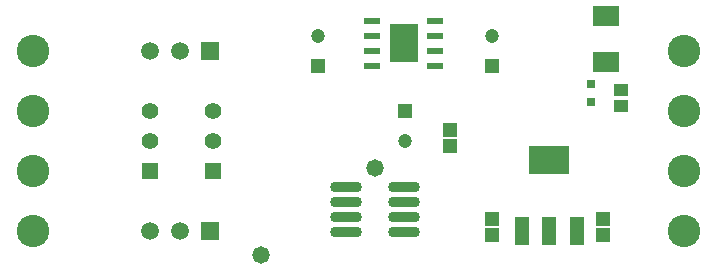
<source format=gbr>
%TF.GenerationSoftware,Altium Limited,Altium Designer,22.9.1 (49)*%
G04 Layer_Color=8388736*
%FSLAX26Y26*%
%MOIN*%
%TF.SameCoordinates,855F7917-2C45-41DE-9D2E-9897B7A1FA0C*%
%TF.FilePolarity,Negative*%
%TF.FileFunction,Soldermask,Top*%
%TF.Part,Single*%
G01*
G75*
%TA.AperFunction,ComponentPad*%
%ADD10C,0.108000*%
%ADD11R,0.059181X0.059181*%
%ADD12C,0.059181*%
%ADD13R,0.047244X0.047244*%
%ADD14C,0.047244*%
%ADD15C,0.055953*%
%ADD16R,0.055953X0.055953*%
%TA.AperFunction,ViaPad*%
%ADD17C,0.058000*%
%TA.AperFunction,SMDPad,CuDef*%
%ADD18R,0.047370X0.094614*%
%ADD19R,0.137921X0.094614*%
%ADD20R,0.051307X0.049339*%
%ADD21O,0.106425X0.035559*%
%ADD22R,0.095000X0.126000*%
%ADD23R,0.054000X0.019000*%
%ADD24R,0.031496X0.031496*%
%ADD25R,0.045402X0.039496*%
%ADD26R,0.086000X0.067500*%
D10*
X2660000Y2600000D02*
D03*
Y2400000D02*
D03*
Y2200000D02*
D03*
Y2800000D02*
D03*
X4830000Y2600000D02*
D03*
Y2400000D02*
D03*
Y2200000D02*
D03*
Y2800000D02*
D03*
D11*
X3250000D02*
D03*
Y2200000D02*
D03*
D12*
X3150000Y2800000D02*
D03*
X3050000D02*
D03*
X3150000Y2200000D02*
D03*
X3050000D02*
D03*
D13*
X3900000Y2599213D02*
D03*
X3610000Y2750787D02*
D03*
X4190000D02*
D03*
D14*
X3900000Y2500787D02*
D03*
X3610000Y2849213D02*
D03*
X4190000D02*
D03*
D15*
X3050000Y2600000D02*
D03*
Y2500000D02*
D03*
X3260000Y2600000D02*
D03*
Y2500000D02*
D03*
D16*
X3050000Y2400000D02*
D03*
X3260000D02*
D03*
D17*
X3800000Y2410000D02*
D03*
X3420000Y2120000D02*
D03*
D18*
X4290000Y2200000D02*
D03*
X4380551D02*
D03*
X4471102D02*
D03*
D19*
X4380551Y2436220D02*
D03*
D20*
X4050000Y2537559D02*
D03*
Y2482441D02*
D03*
X4190000Y2184882D02*
D03*
Y2240000D02*
D03*
X4560000Y2184882D02*
D03*
Y2240000D02*
D03*
D21*
X3896457Y2195000D02*
D03*
Y2245000D02*
D03*
Y2295000D02*
D03*
Y2345000D02*
D03*
X3703543Y2195000D02*
D03*
Y2245000D02*
D03*
Y2295000D02*
D03*
Y2345000D02*
D03*
D22*
X3895000Y2825000D02*
D03*
D23*
X4000000Y2900000D02*
D03*
Y2850000D02*
D03*
Y2800000D02*
D03*
Y2750000D02*
D03*
X3790000D02*
D03*
Y2800000D02*
D03*
Y2850000D02*
D03*
Y2900000D02*
D03*
D24*
X4520000Y2689528D02*
D03*
Y2630472D02*
D03*
D25*
X4620000Y2670000D02*
D03*
Y2616850D02*
D03*
D26*
X4570000Y2916250D02*
D03*
Y2763750D02*
D03*
%TF.MD5,9323559c24f5652feb17b5f1271eae65*%
M02*

</source>
